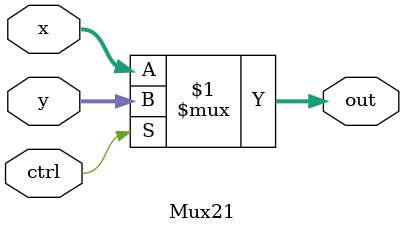
<source format=v>
module Mux21(input wire [15:0]x, input wire [15:0]y, input wire ctrl, output wire [15:0] out);
assign out = ctrl ? y : x;
endmodule

</source>
